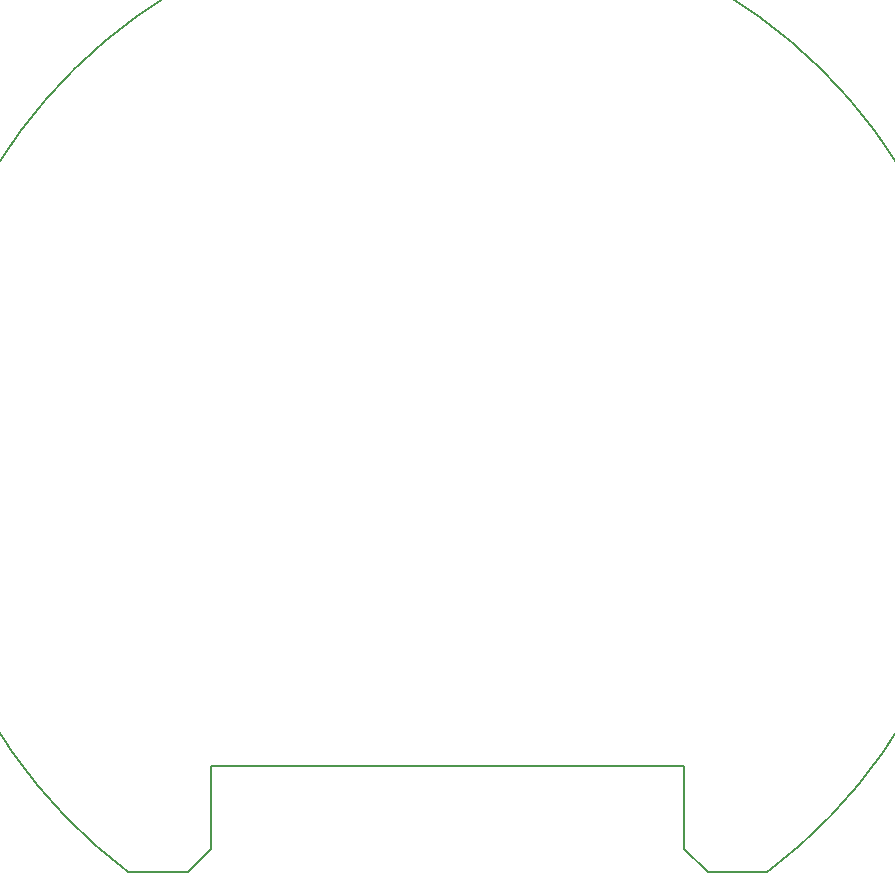
<source format=gbr>
%TF.GenerationSoftware,KiCad,Pcbnew,(5.1.7)-1*%
%TF.CreationDate,2021-06-07T18:47:12+03:00*%
%TF.ProjectId,SynchronousBuck,53796e63-6872-46f6-9e6f-75734275636b,rev?*%
%TF.SameCoordinates,Original*%
%TF.FileFunction,Profile,NP*%
%FSLAX46Y46*%
G04 Gerber Fmt 4.6, Leading zero omitted, Abs format (unit mm)*
G04 Created by KiCad (PCBNEW (5.1.7)-1) date 2021-06-07 18:47:12*
%MOMM*%
%LPD*%
G01*
G04 APERTURE LIST*
%TA.AperFunction,Profile*%
%ADD10C,0.200000*%
%TD*%
G04 APERTURE END LIST*
D10*
X78000000Y-136000000D02*
X73000001Y-136000000D01*
X127000000Y-136000000D02*
X122000000Y-136000000D01*
X72999999Y-136000000D02*
G75*
G02*
X127000000Y-136000001I27000001J36000000D01*
G01*
X80000000Y-134000000D02*
X78000000Y-136000000D01*
X80000000Y-127000000D02*
X80000000Y-134000000D01*
X120000000Y-127000000D02*
X80000000Y-127000000D01*
X120000000Y-134000000D02*
X120000000Y-127000000D01*
X122000000Y-136000000D02*
X120000000Y-134000000D01*
M02*

</source>
